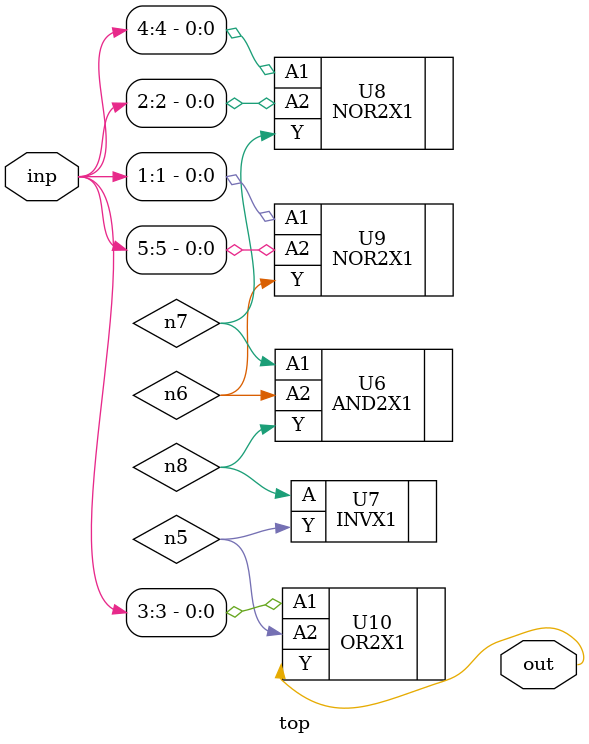
<source format=sv>


module top ( inp, out );
  input [5:0] inp;
  output out;
  wire   n5, n6, n7, n8;

  AND2X1 U6 ( .A1(n7), .A2(n6), .Y(n8) );
  INVX1 U7 ( .A(n8), .Y(n5) );
  NOR2X1 U8 ( .A1(inp[4]), .A2(inp[2]), .Y(n7) );
  NOR2X1 U9 ( .A1(inp[1]), .A2(inp[5]), .Y(n6) );
  OR2X1 U10 ( .A1(inp[3]), .A2(n5), .Y(out) );
endmodule


</source>
